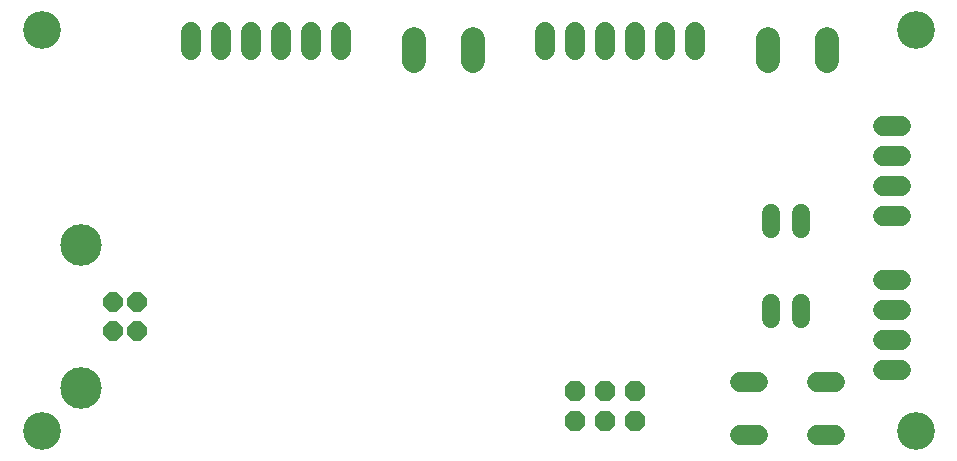
<source format=gbr>
G04 EAGLE Gerber RS-274X export*
G75*
%MOMM*%
%FSLAX34Y34*%
%LPD*%
%INSoldermask Bottom*%
%IPPOS*%
%AMOC8*
5,1,8,0,0,1.08239X$1,22.5*%
G01*
%ADD10C,3.203200*%
%ADD11P,1.897646X8X22.500000*%
%ADD12P,1.798066X8X292.500000*%
%ADD13C,3.519200*%
%ADD14C,1.727200*%
%ADD15C,1.524000*%
%ADD16C,1.993900*%


D10*
X30000Y30000D03*
X30000Y370000D03*
X770000Y370000D03*
X770000Y30000D03*
D11*
X481800Y38400D03*
X481800Y63800D03*
X507200Y38400D03*
X507200Y63800D03*
X532600Y38400D03*
X532600Y63800D03*
D12*
X110600Y114500D03*
X110600Y139500D03*
X90600Y139500D03*
X90600Y114500D03*
D13*
X63500Y187200D03*
X63500Y66800D03*
D14*
X621068Y71506D02*
X636308Y71506D01*
X636308Y26294D02*
X621068Y26294D01*
X686092Y71506D02*
X701332Y71506D01*
X701332Y26294D02*
X686092Y26294D01*
X742380Y81900D02*
X757620Y81900D01*
X757620Y107300D02*
X742380Y107300D01*
X742380Y132700D02*
X757620Y132700D01*
X757620Y158100D02*
X742380Y158100D01*
D15*
X672700Y201496D02*
X672700Y214704D01*
X647300Y214704D02*
X647300Y201496D01*
X647300Y138504D02*
X647300Y125296D01*
X672700Y125296D02*
X672700Y138504D01*
D14*
X742380Y211900D02*
X757620Y211900D01*
X757620Y237300D02*
X742380Y237300D01*
X742380Y262700D02*
X757620Y262700D01*
X757620Y288100D02*
X742380Y288100D01*
D16*
X395000Y343747D02*
X395000Y361654D01*
X345000Y361654D02*
X345000Y343747D01*
X695000Y343747D02*
X695000Y361654D01*
X645000Y361654D02*
X645000Y343747D01*
D14*
X283500Y352380D02*
X283500Y367620D01*
X258100Y367620D02*
X258100Y352380D01*
X232700Y352380D02*
X232700Y367620D01*
X207300Y367620D02*
X207300Y352380D01*
X181900Y352380D02*
X181900Y367620D01*
X156500Y367620D02*
X156500Y352380D01*
X583500Y352380D02*
X583500Y367620D01*
X558100Y367620D02*
X558100Y352380D01*
X532700Y352380D02*
X532700Y367620D01*
X507300Y367620D02*
X507300Y352380D01*
X481900Y352380D02*
X481900Y367620D01*
X456500Y367620D02*
X456500Y352380D01*
M02*

</source>
